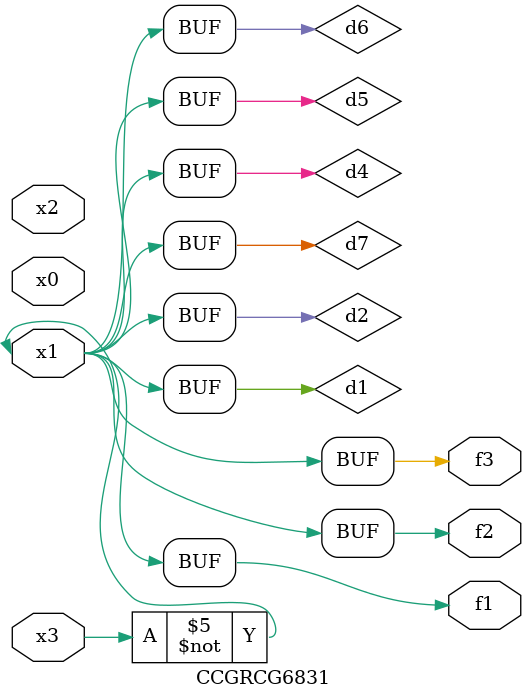
<source format=v>
module CCGRCG6831(
	input x0, x1, x2, x3,
	output f1, f2, f3
);

	wire d1, d2, d3, d4, d5, d6, d7;

	not (d1, x3);
	buf (d2, x1);
	xnor (d3, d1, d2);
	nor (d4, d1);
	buf (d5, d1, d2);
	buf (d6, d4, d5);
	nand (d7, d4);
	assign f1 = d6;
	assign f2 = d7;
	assign f3 = d6;
endmodule

</source>
